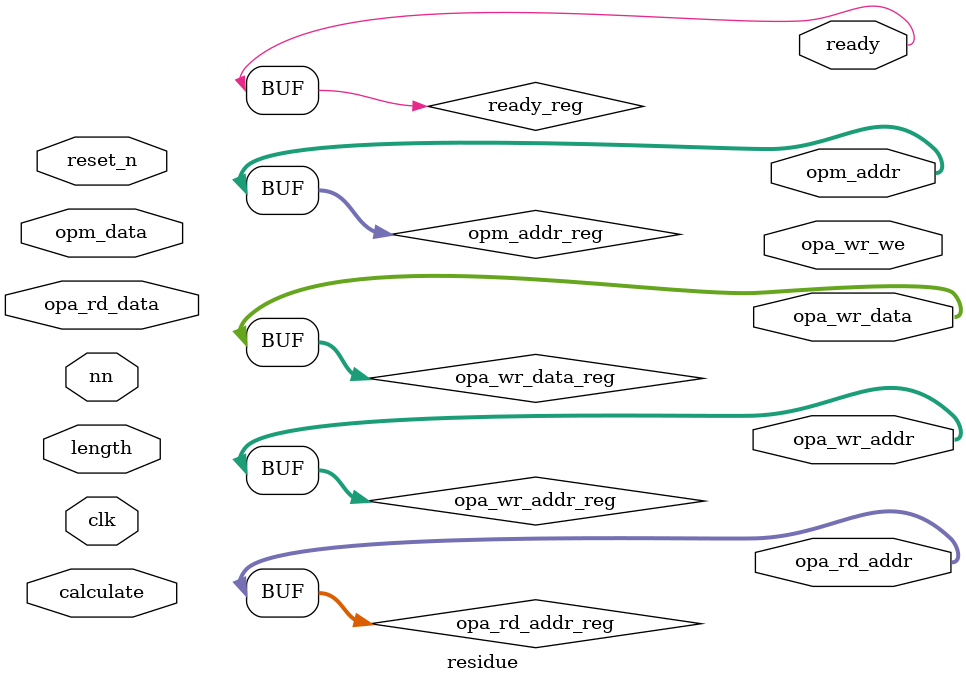
<source format=v>

module residue(
  input wire clk,
  input wire reset_n,

  input wire  calculate,
  output wire ready,

  input wire  [07 : 0] nn,
  input wire  [07 : 0] length,

  output wire [07 : 0] opa_rd_addr,
  input wire  [31 : 0] opa_rd_data,
  output wire [07 : 0] opa_wr_addr,
  output wire [31 : 0] opa_wr_data,
  output wire          opa_wr_we,

  output wire [07 : 0] opm_addr,
  input wire  [31 : 0] opm_data

);

//----------------------------------------------------------------
// Internal constant and parameter definitions.
//----------------------------------------------------------------


localparam CTRL_IDLE          = 4'h0;
localparam CTRL_INIT          = 4'h1;
localparam CTRL_INIT_STALL    = 4'h2;
localparam CTRL_SHL           = 4'h3;
localparam CTRL_SHL_STALL     = 4'h4;
localparam CTRL_COMPARE       = 4'h5;
localparam CTRL_COMPARE_STALL = 4'h6;
localparam CTRL_SUB           = 4'h7;
localparam CTRL_SUB_STALL     = 4'h8;
localparam CTRL_LOOP          = 4'h9;

//----------------------------------------------------------------
// Registers including update variables and write enable.
//----------------------------------------------------------------

reg [07 : 0] opa_rd_addr_reg;
reg [07 : 0] opa_wr_addr_reg;
reg [31 : 0] opa_wr_data_reg;
reg          opa_wr_we_reg;
reg [07 : 0] opm_addr_reg;
reg          ready_reg;
reg          ready_new;
reg          ready_we;
reg [03 : 0] residue_ctrl_reg;
reg [03 : 0] residue_ctrl_new;
reg          residue_ctrl_we;
reg          reset_word_index;
reg          reset_n_counter;
reg [07 : 0] word_index;

//----------------------------------------------------------------
// Concurrent connectivity for ports etc.
//----------------------------------------------------------------
assign opa_rd_addr = opa_rd_addr_reg;
assign opa_wr_addr = opa_wr_addr_reg;
assign opa_wr_data = opa_wr_data_reg;
assign opm_addr    = opm_addr_reg;
assign ready       = ready_reg;




  //----------------------------------------------------------------
  // reg_update
  //----------------------------------------------------------------
  always @ (posedge clk or negedge reset_n)
    begin
      if (!reset_n)
        begin
          residue_ctrl_reg <= CTRL_IDLE;
        end
      else
        begin
          if (residue_ctrl_we)
            residue_ctrl_reg <= residue_ctrl_new;
        end
    end // reg_update


  //----------------------------------------------------------------
  //----------------------------------------------------------------
  always @*
    begin : process_1_to_2n
    end

  //----------------------------------------------------------------
  //----------------------------------------------------------------
  always @*
    begin : word_index_process
    end

//----------------------------------------------------------------
// residue_ctrl
//
// Control FSM for residue
//----------------------------------------------------------------
always @*
  begin : residue_ctrl
    ready_new = 1'b0;
    ready_we  = 1'b0;
    residue_ctrl_new = CTRL_IDLE;
    residue_ctrl_we  = 1'b0;
    reset_word_index = 1'b0;
    reset_n_counter  = 1'b0;

    case (residue_ctrl_reg)
      CTRL_IDLE:
        if (calculate)
          begin
            ready_new = 1'b0;
            ready_we  = 1'b1;
            residue_ctrl_new = CTRL_INIT;
            residue_ctrl_we  = 1'b1;
            reset_word_index = 1'b1;
          end

      CTRL_INIT:
        if (word_index == 8'h0)
          begin
            residue_ctrl_new = CTRL_INIT_STALL;
            residue_ctrl_we  = 1'b1;
          end

      CTRL_INIT_STALL:
        begin
          reset_word_index = 1'b1;
          reset_n_counter  = 1'b1;
          residue_ctrl_new = CTRL_COMPARE;
          residue_ctrl_we  = 1'b1;
        end

      CTRL_COMPARE:
        begin
        end

      CTRL_COMPARE_STALL:
        begin
        end

      CTRL_SUB:
        begin
        end

      CTRL_SUB_STALL:
        begin
        end

      CTRL_SHL:
        begin
        end

      CTRL_SHL_STALL:
        begin
        end

      CTRL_LOOP:
        begin
        end

      default:
        begin
        end

    endcase
  end

endmodule // residue

//======================================================================
// EOF residue.v
//======================================================================

</source>
